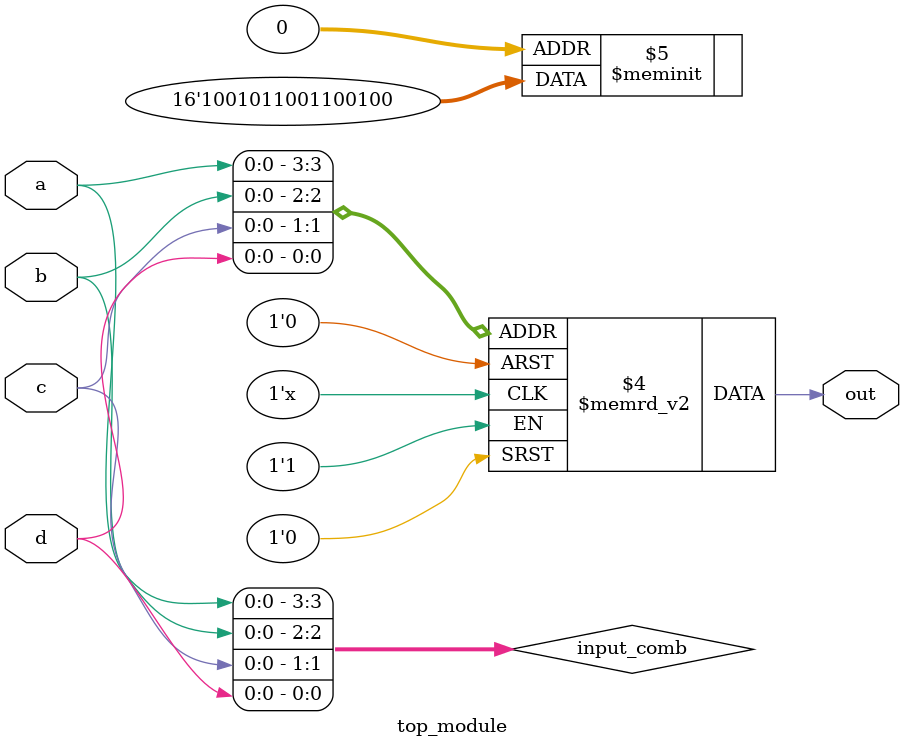
<source format=sv>
module top_module (
    input a, 
    input b,
    input c,
    input d,
    output reg out
);

// Input combination
reg [3:0] input_comb;

always @* begin
    // Combine the input bits into a 4-bit vector
    input_comb = {a, b, c, d};

    // Determine the output based on the input combination
    case(input_comb)
        4'b0000: out = 1'b0;
        4'b0001: out = 1'b0;
        4'b0010: out = 1'b1; // Corrected the output value for this combination
        4'b0011: out = 1'b0;
        4'b0100: out = 1'b0;
        4'b0101: out = 1'b1; // Corrected the output value for this combination
        4'b0110: out = 1'b1; // Corrected the output value for this combination
        4'b0111: out = 1'b0;
        4'b1000: out = 1'b0;
        4'b1001: out = 1'b1; // Corrected the output value for this combination
        4'b1010: out = 1'b1; // Corrected the output value for this combination
        4'b1011: out = 1'b0;
        4'b1100: out = 1'b1; // Corrected the output value for this combination
        4'b1101: out = 1'b0;
        4'b1110: out = 1'b0;
        4'b1111: out = 1'b1; // Corrected the output value for this combination
    endcase
end

endmodule

</source>
